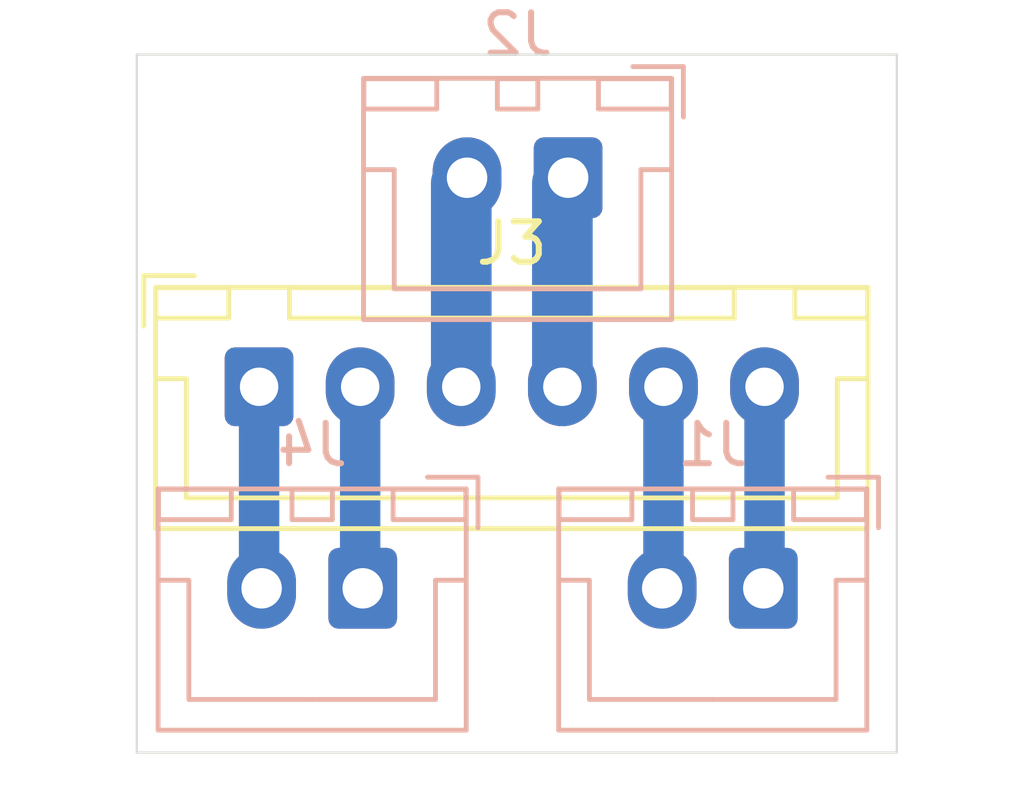
<source format=kicad_pcb>
(kicad_pcb (version 20171130) (host pcbnew "(5.1.10)-1")

  (general
    (thickness 1.6)
    (drawings 4)
    (tracks 12)
    (zones 0)
    (modules 4)
    (nets 7)
  )

  (page A4)
  (layers
    (0 F.Cu signal)
    (31 B.Cu signal)
    (32 B.Adhes user)
    (33 F.Adhes user)
    (34 B.Paste user)
    (35 F.Paste user)
    (36 B.SilkS user)
    (37 F.SilkS user)
    (38 B.Mask user)
    (39 F.Mask user)
    (40 Dwgs.User user)
    (41 Cmts.User user)
    (42 Eco1.User user)
    (43 Eco2.User user)
    (44 Edge.Cuts user)
    (45 Margin user)
    (46 B.CrtYd user)
    (47 F.CrtYd user)
    (48 B.Fab user)
    (49 F.Fab user)
  )

  (setup
    (last_trace_width 0.25)
    (trace_clearance 0.2)
    (zone_clearance 0.508)
    (zone_45_only no)
    (trace_min 0.2)
    (via_size 0.8)
    (via_drill 0.4)
    (via_min_size 0.4)
    (via_min_drill 0.3)
    (uvia_size 0.3)
    (uvia_drill 0.1)
    (uvias_allowed no)
    (uvia_min_size 0.2)
    (uvia_min_drill 0.1)
    (edge_width 0.05)
    (segment_width 0.2)
    (pcb_text_width 0.3)
    (pcb_text_size 1.5 1.5)
    (mod_edge_width 0.12)
    (mod_text_size 1 1)
    (mod_text_width 0.15)
    (pad_size 1.524 1.524)
    (pad_drill 0.762)
    (pad_to_mask_clearance 0)
    (aux_axis_origin 0 0)
    (visible_elements 7FFFFFFF)
    (pcbplotparams
      (layerselection 0x010fc_ffffffff)
      (usegerberextensions false)
      (usegerberattributes true)
      (usegerberadvancedattributes true)
      (creategerberjobfile true)
      (excludeedgelayer true)
      (linewidth 0.100000)
      (plotframeref false)
      (viasonmask false)
      (mode 1)
      (useauxorigin false)
      (hpglpennumber 1)
      (hpglpenspeed 20)
      (hpglpendiameter 15.000000)
      (psnegative false)
      (psa4output false)
      (plotreference true)
      (plotvalue true)
      (plotinvisibletext false)
      (padsonsilk false)
      (subtractmaskfromsilk false)
      (outputformat 1)
      (mirror false)
      (drillshape 0)
      (scaleselection 1)
      (outputdirectory ""))
  )

  (net 0 "")
  (net 1 "Net-(J1-Pad2)")
  (net 2 "Net-(J1-Pad1)")
  (net 3 "Net-(J2-Pad1)")
  (net 4 "Net-(J2-Pad2)")
  (net 5 "Net-(J3-Pad1)")
  (net 6 "Net-(J3-Pad2)")

  (net_class Default "This is the default net class."
    (clearance 0.2)
    (trace_width 0.25)
    (via_dia 0.8)
    (via_drill 0.4)
    (uvia_dia 0.3)
    (uvia_drill 0.1)
    (add_net "Net-(J1-Pad1)")
    (add_net "Net-(J1-Pad2)")
    (add_net "Net-(J2-Pad1)")
    (add_net "Net-(J2-Pad2)")
    (add_net "Net-(J3-Pad1)")
    (add_net "Net-(J3-Pad2)")
  )

  (module Connector_JST:JST_XH_B2B-XH-A_1x02_P2.50mm_Vertical (layer B.Cu) (tedit 5C28146C) (tstamp 6159498F)
    (at 127 106.172 180)
    (descr "JST XH series connector, B2B-XH-A (http://www.jst-mfg.com/product/pdf/eng/eXH.pdf), generated with kicad-footprint-generator")
    (tags "connector JST XH vertical")
    (path /615BB4C0)
    (fp_text reference J4 (at 1.25 3.55) (layer B.SilkS)
      (effects (font (size 1 1) (thickness 0.15)) (justify mirror))
    )
    (fp_text value Conn_01x02_Female (at 1.25 -4.6) (layer B.Fab)
      (effects (font (size 1 1) (thickness 0.15)) (justify mirror))
    )
    (fp_line (start -2.85 2.75) (end -2.85 1.5) (layer B.SilkS) (width 0.12))
    (fp_line (start -1.6 2.75) (end -2.85 2.75) (layer B.SilkS) (width 0.12))
    (fp_line (start 4.3 -2.75) (end 1.25 -2.75) (layer B.SilkS) (width 0.12))
    (fp_line (start 4.3 0.2) (end 4.3 -2.75) (layer B.SilkS) (width 0.12))
    (fp_line (start 5.05 0.2) (end 4.3 0.2) (layer B.SilkS) (width 0.12))
    (fp_line (start -1.8 -2.75) (end 1.25 -2.75) (layer B.SilkS) (width 0.12))
    (fp_line (start -1.8 0.2) (end -1.8 -2.75) (layer B.SilkS) (width 0.12))
    (fp_line (start -2.55 0.2) (end -1.8 0.2) (layer B.SilkS) (width 0.12))
    (fp_line (start 5.05 2.45) (end 3.25 2.45) (layer B.SilkS) (width 0.12))
    (fp_line (start 5.05 1.7) (end 5.05 2.45) (layer B.SilkS) (width 0.12))
    (fp_line (start 3.25 1.7) (end 5.05 1.7) (layer B.SilkS) (width 0.12))
    (fp_line (start 3.25 2.45) (end 3.25 1.7) (layer B.SilkS) (width 0.12))
    (fp_line (start -0.75 2.45) (end -2.55 2.45) (layer B.SilkS) (width 0.12))
    (fp_line (start -0.75 1.7) (end -0.75 2.45) (layer B.SilkS) (width 0.12))
    (fp_line (start -2.55 1.7) (end -0.75 1.7) (layer B.SilkS) (width 0.12))
    (fp_line (start -2.55 2.45) (end -2.55 1.7) (layer B.SilkS) (width 0.12))
    (fp_line (start 1.75 2.45) (end 0.75 2.45) (layer B.SilkS) (width 0.12))
    (fp_line (start 1.75 1.7) (end 1.75 2.45) (layer B.SilkS) (width 0.12))
    (fp_line (start 0.75 1.7) (end 1.75 1.7) (layer B.SilkS) (width 0.12))
    (fp_line (start 0.75 2.45) (end 0.75 1.7) (layer B.SilkS) (width 0.12))
    (fp_line (start 0 1.35) (end 0.625 2.35) (layer B.Fab) (width 0.1))
    (fp_line (start -0.625 2.35) (end 0 1.35) (layer B.Fab) (width 0.1))
    (fp_line (start 5.45 2.85) (end -2.95 2.85) (layer B.CrtYd) (width 0.05))
    (fp_line (start 5.45 -3.9) (end 5.45 2.85) (layer B.CrtYd) (width 0.05))
    (fp_line (start -2.95 -3.9) (end 5.45 -3.9) (layer B.CrtYd) (width 0.05))
    (fp_line (start -2.95 2.85) (end -2.95 -3.9) (layer B.CrtYd) (width 0.05))
    (fp_line (start 5.06 2.46) (end -2.56 2.46) (layer B.SilkS) (width 0.12))
    (fp_line (start 5.06 -3.51) (end 5.06 2.46) (layer B.SilkS) (width 0.12))
    (fp_line (start -2.56 -3.51) (end 5.06 -3.51) (layer B.SilkS) (width 0.12))
    (fp_line (start -2.56 2.46) (end -2.56 -3.51) (layer B.SilkS) (width 0.12))
    (fp_line (start 4.95 2.35) (end -2.45 2.35) (layer B.Fab) (width 0.1))
    (fp_line (start 4.95 -3.4) (end 4.95 2.35) (layer B.Fab) (width 0.1))
    (fp_line (start -2.45 -3.4) (end 4.95 -3.4) (layer B.Fab) (width 0.1))
    (fp_line (start -2.45 2.35) (end -2.45 -3.4) (layer B.Fab) (width 0.1))
    (fp_text user %R (at 1.25 -2.7) (layer B.Fab)
      (effects (font (size 1 1) (thickness 0.15)) (justify mirror))
    )
    (pad 2 thru_hole oval (at 2.5 0 180) (size 1.7 2) (drill 1) (layers *.Cu *.Mask)
      (net 5 "Net-(J3-Pad1)"))
    (pad 1 thru_hole roundrect (at 0 0 180) (size 1.7 2) (drill 1) (layers *.Cu *.Mask) (roundrect_rratio 0.1470588235294118)
      (net 6 "Net-(J3-Pad2)"))
    (model ${KISYS3DMOD}/Connector_JST.3dshapes/JST_XH_B2B-XH-A_1x02_P2.50mm_Vertical.wrl
      (at (xyz 0 0 0))
      (scale (xyz 1 1 1))
      (rotate (xyz 0 0 0))
    )
  )

  (module Connector_JST:JST_XH_B6B-XH-A_1x06_P2.50mm_Vertical (layer F.Cu) (tedit 5C28146C) (tstamp 6159496F)
    (at 124.437001 101.185001)
    (descr "JST XH series connector, B6B-XH-A (http://www.jst-mfg.com/product/pdf/eng/eXH.pdf), generated with kicad-footprint-generator")
    (tags "connector JST XH vertical")
    (path /615B96D3)
    (fp_text reference J3 (at 6.25 -3.55) (layer F.SilkS)
      (effects (font (size 1 1) (thickness 0.15)))
    )
    (fp_text value Conn_01x06_Female (at 6.25 4.6) (layer F.Fab)
      (effects (font (size 1 1) (thickness 0.15)))
    )
    (fp_line (start -2.85 -2.75) (end -2.85 -1.5) (layer F.SilkS) (width 0.12))
    (fp_line (start -1.6 -2.75) (end -2.85 -2.75) (layer F.SilkS) (width 0.12))
    (fp_line (start 14.3 2.75) (end 6.25 2.75) (layer F.SilkS) (width 0.12))
    (fp_line (start 14.3 -0.2) (end 14.3 2.75) (layer F.SilkS) (width 0.12))
    (fp_line (start 15.05 -0.2) (end 14.3 -0.2) (layer F.SilkS) (width 0.12))
    (fp_line (start -1.8 2.75) (end 6.25 2.75) (layer F.SilkS) (width 0.12))
    (fp_line (start -1.8 -0.2) (end -1.8 2.75) (layer F.SilkS) (width 0.12))
    (fp_line (start -2.55 -0.2) (end -1.8 -0.2) (layer F.SilkS) (width 0.12))
    (fp_line (start 15.05 -2.45) (end 13.25 -2.45) (layer F.SilkS) (width 0.12))
    (fp_line (start 15.05 -1.7) (end 15.05 -2.45) (layer F.SilkS) (width 0.12))
    (fp_line (start 13.25 -1.7) (end 15.05 -1.7) (layer F.SilkS) (width 0.12))
    (fp_line (start 13.25 -2.45) (end 13.25 -1.7) (layer F.SilkS) (width 0.12))
    (fp_line (start -0.75 -2.45) (end -2.55 -2.45) (layer F.SilkS) (width 0.12))
    (fp_line (start -0.75 -1.7) (end -0.75 -2.45) (layer F.SilkS) (width 0.12))
    (fp_line (start -2.55 -1.7) (end -0.75 -1.7) (layer F.SilkS) (width 0.12))
    (fp_line (start -2.55 -2.45) (end -2.55 -1.7) (layer F.SilkS) (width 0.12))
    (fp_line (start 11.75 -2.45) (end 0.75 -2.45) (layer F.SilkS) (width 0.12))
    (fp_line (start 11.75 -1.7) (end 11.75 -2.45) (layer F.SilkS) (width 0.12))
    (fp_line (start 0.75 -1.7) (end 11.75 -1.7) (layer F.SilkS) (width 0.12))
    (fp_line (start 0.75 -2.45) (end 0.75 -1.7) (layer F.SilkS) (width 0.12))
    (fp_line (start 0 -1.35) (end 0.625 -2.35) (layer F.Fab) (width 0.1))
    (fp_line (start -0.625 -2.35) (end 0 -1.35) (layer F.Fab) (width 0.1))
    (fp_line (start 15.45 -2.85) (end -2.95 -2.85) (layer F.CrtYd) (width 0.05))
    (fp_line (start 15.45 3.9) (end 15.45 -2.85) (layer F.CrtYd) (width 0.05))
    (fp_line (start -2.95 3.9) (end 15.45 3.9) (layer F.CrtYd) (width 0.05))
    (fp_line (start -2.95 -2.85) (end -2.95 3.9) (layer F.CrtYd) (width 0.05))
    (fp_line (start 15.06 -2.46) (end -2.56 -2.46) (layer F.SilkS) (width 0.12))
    (fp_line (start 15.06 3.51) (end 15.06 -2.46) (layer F.SilkS) (width 0.12))
    (fp_line (start -2.56 3.51) (end 15.06 3.51) (layer F.SilkS) (width 0.12))
    (fp_line (start -2.56 -2.46) (end -2.56 3.51) (layer F.SilkS) (width 0.12))
    (fp_line (start 14.95 -2.35) (end -2.45 -2.35) (layer F.Fab) (width 0.1))
    (fp_line (start 14.95 3.4) (end 14.95 -2.35) (layer F.Fab) (width 0.1))
    (fp_line (start -2.45 3.4) (end 14.95 3.4) (layer F.Fab) (width 0.1))
    (fp_line (start -2.45 -2.35) (end -2.45 3.4) (layer F.Fab) (width 0.1))
    (fp_text user %R (at 6.25 2.7) (layer F.Fab)
      (effects (font (size 1 1) (thickness 0.15)))
    )
    (pad 6 thru_hole oval (at 12.5 0) (size 1.7 1.95) (drill 0.95) (layers *.Cu *.Mask)
      (net 2 "Net-(J1-Pad1)"))
    (pad 5 thru_hole oval (at 10 0) (size 1.7 1.95) (drill 0.95) (layers *.Cu *.Mask)
      (net 1 "Net-(J1-Pad2)"))
    (pad 4 thru_hole oval (at 7.5 0) (size 1.7 1.95) (drill 0.95) (layers *.Cu *.Mask)
      (net 3 "Net-(J2-Pad1)"))
    (pad 3 thru_hole oval (at 5 0) (size 1.7 1.95) (drill 0.95) (layers *.Cu *.Mask)
      (net 4 "Net-(J2-Pad2)"))
    (pad 2 thru_hole oval (at 2.5 0) (size 1.7 1.95) (drill 0.95) (layers *.Cu *.Mask)
      (net 6 "Net-(J3-Pad2)"))
    (pad 1 thru_hole roundrect (at 0 0) (size 1.7 1.95) (drill 0.95) (layers *.Cu *.Mask) (roundrect_rratio 0.1470588235294118)
      (net 5 "Net-(J3-Pad1)"))
    (model ${KISYS3DMOD}/Connector_JST.3dshapes/JST_XH_B6B-XH-A_1x06_P2.50mm_Vertical.wrl
      (at (xyz 0 0 0))
      (scale (xyz 1 1 1))
      (rotate (xyz 0 0 0))
    )
  )

  (module Connector_JST:JST_XH_B2B-XH-A_1x02_P2.50mm_Vertical (layer B.Cu) (tedit 5C28146C) (tstamp 6159494B)
    (at 132.08 96.012 180)
    (descr "JST XH series connector, B2B-XH-A (http://www.jst-mfg.com/product/pdf/eng/eXH.pdf), generated with kicad-footprint-generator")
    (tags "connector JST XH vertical")
    (path /615BCAC7)
    (fp_text reference J2 (at 1.25 3.55) (layer B.SilkS)
      (effects (font (size 1 1) (thickness 0.15)) (justify mirror))
    )
    (fp_text value Conn_01x02_Female (at 1.25 -4.6) (layer B.Fab)
      (effects (font (size 1 1) (thickness 0.15)) (justify mirror))
    )
    (fp_line (start -2.85 2.75) (end -2.85 1.5) (layer B.SilkS) (width 0.12))
    (fp_line (start -1.6 2.75) (end -2.85 2.75) (layer B.SilkS) (width 0.12))
    (fp_line (start 4.3 -2.75) (end 1.25 -2.75) (layer B.SilkS) (width 0.12))
    (fp_line (start 4.3 0.2) (end 4.3 -2.75) (layer B.SilkS) (width 0.12))
    (fp_line (start 5.05 0.2) (end 4.3 0.2) (layer B.SilkS) (width 0.12))
    (fp_line (start -1.8 -2.75) (end 1.25 -2.75) (layer B.SilkS) (width 0.12))
    (fp_line (start -1.8 0.2) (end -1.8 -2.75) (layer B.SilkS) (width 0.12))
    (fp_line (start -2.55 0.2) (end -1.8 0.2) (layer B.SilkS) (width 0.12))
    (fp_line (start 5.05 2.45) (end 3.25 2.45) (layer B.SilkS) (width 0.12))
    (fp_line (start 5.05 1.7) (end 5.05 2.45) (layer B.SilkS) (width 0.12))
    (fp_line (start 3.25 1.7) (end 5.05 1.7) (layer B.SilkS) (width 0.12))
    (fp_line (start 3.25 2.45) (end 3.25 1.7) (layer B.SilkS) (width 0.12))
    (fp_line (start -0.75 2.45) (end -2.55 2.45) (layer B.SilkS) (width 0.12))
    (fp_line (start -0.75 1.7) (end -0.75 2.45) (layer B.SilkS) (width 0.12))
    (fp_line (start -2.55 1.7) (end -0.75 1.7) (layer B.SilkS) (width 0.12))
    (fp_line (start -2.55 2.45) (end -2.55 1.7) (layer B.SilkS) (width 0.12))
    (fp_line (start 1.75 2.45) (end 0.75 2.45) (layer B.SilkS) (width 0.12))
    (fp_line (start 1.75 1.7) (end 1.75 2.45) (layer B.SilkS) (width 0.12))
    (fp_line (start 0.75 1.7) (end 1.75 1.7) (layer B.SilkS) (width 0.12))
    (fp_line (start 0.75 2.45) (end 0.75 1.7) (layer B.SilkS) (width 0.12))
    (fp_line (start 0 1.35) (end 0.625 2.35) (layer B.Fab) (width 0.1))
    (fp_line (start -0.625 2.35) (end 0 1.35) (layer B.Fab) (width 0.1))
    (fp_line (start 5.45 2.85) (end -2.95 2.85) (layer B.CrtYd) (width 0.05))
    (fp_line (start 5.45 -3.9) (end 5.45 2.85) (layer B.CrtYd) (width 0.05))
    (fp_line (start -2.95 -3.9) (end 5.45 -3.9) (layer B.CrtYd) (width 0.05))
    (fp_line (start -2.95 2.85) (end -2.95 -3.9) (layer B.CrtYd) (width 0.05))
    (fp_line (start 5.06 2.46) (end -2.56 2.46) (layer B.SilkS) (width 0.12))
    (fp_line (start 5.06 -3.51) (end 5.06 2.46) (layer B.SilkS) (width 0.12))
    (fp_line (start -2.56 -3.51) (end 5.06 -3.51) (layer B.SilkS) (width 0.12))
    (fp_line (start -2.56 2.46) (end -2.56 -3.51) (layer B.SilkS) (width 0.12))
    (fp_line (start 4.95 2.35) (end -2.45 2.35) (layer B.Fab) (width 0.1))
    (fp_line (start 4.95 -3.4) (end 4.95 2.35) (layer B.Fab) (width 0.1))
    (fp_line (start -2.45 -3.4) (end 4.95 -3.4) (layer B.Fab) (width 0.1))
    (fp_line (start -2.45 2.35) (end -2.45 -3.4) (layer B.Fab) (width 0.1))
    (fp_text user %R (at 1.25 -2.7) (layer B.Fab)
      (effects (font (size 1 1) (thickness 0.15)) (justify mirror))
    )
    (pad 2 thru_hole oval (at 2.5 0 180) (size 1.7 2) (drill 1) (layers *.Cu *.Mask)
      (net 4 "Net-(J2-Pad2)"))
    (pad 1 thru_hole roundrect (at 0 0 180) (size 1.7 2) (drill 1) (layers *.Cu *.Mask) (roundrect_rratio 0.1470588235294118)
      (net 3 "Net-(J2-Pad1)"))
    (model ${KISYS3DMOD}/Connector_JST.3dshapes/JST_XH_B2B-XH-A_1x02_P2.50mm_Vertical.wrl
      (at (xyz 0 0 0))
      (scale (xyz 1 1 1))
      (rotate (xyz 0 0 0))
    )
  )

  (module Connector_JST:JST_XH_B2B-XH-A_1x02_P2.50mm_Vertical (layer B.Cu) (tedit 5C28146C) (tstamp 6159492B)
    (at 136.906 106.172 180)
    (descr "JST XH series connector, B2B-XH-A (http://www.jst-mfg.com/product/pdf/eng/eXH.pdf), generated with kicad-footprint-generator")
    (tags "connector JST XH vertical")
    (path /615BC2C3)
    (fp_text reference J1 (at 1.25 3.55) (layer B.SilkS)
      (effects (font (size 1 1) (thickness 0.15)) (justify mirror))
    )
    (fp_text value Conn_01x02_Female (at 1.25 -4.6) (layer B.Fab)
      (effects (font (size 1 1) (thickness 0.15)) (justify mirror))
    )
    (fp_line (start -2.85 2.75) (end -2.85 1.5) (layer B.SilkS) (width 0.12))
    (fp_line (start -1.6 2.75) (end -2.85 2.75) (layer B.SilkS) (width 0.12))
    (fp_line (start 4.3 -2.75) (end 1.25 -2.75) (layer B.SilkS) (width 0.12))
    (fp_line (start 4.3 0.2) (end 4.3 -2.75) (layer B.SilkS) (width 0.12))
    (fp_line (start 5.05 0.2) (end 4.3 0.2) (layer B.SilkS) (width 0.12))
    (fp_line (start -1.8 -2.75) (end 1.25 -2.75) (layer B.SilkS) (width 0.12))
    (fp_line (start -1.8 0.2) (end -1.8 -2.75) (layer B.SilkS) (width 0.12))
    (fp_line (start -2.55 0.2) (end -1.8 0.2) (layer B.SilkS) (width 0.12))
    (fp_line (start 5.05 2.45) (end 3.25 2.45) (layer B.SilkS) (width 0.12))
    (fp_line (start 5.05 1.7) (end 5.05 2.45) (layer B.SilkS) (width 0.12))
    (fp_line (start 3.25 1.7) (end 5.05 1.7) (layer B.SilkS) (width 0.12))
    (fp_line (start 3.25 2.45) (end 3.25 1.7) (layer B.SilkS) (width 0.12))
    (fp_line (start -0.75 2.45) (end -2.55 2.45) (layer B.SilkS) (width 0.12))
    (fp_line (start -0.75 1.7) (end -0.75 2.45) (layer B.SilkS) (width 0.12))
    (fp_line (start -2.55 1.7) (end -0.75 1.7) (layer B.SilkS) (width 0.12))
    (fp_line (start -2.55 2.45) (end -2.55 1.7) (layer B.SilkS) (width 0.12))
    (fp_line (start 1.75 2.45) (end 0.75 2.45) (layer B.SilkS) (width 0.12))
    (fp_line (start 1.75 1.7) (end 1.75 2.45) (layer B.SilkS) (width 0.12))
    (fp_line (start 0.75 1.7) (end 1.75 1.7) (layer B.SilkS) (width 0.12))
    (fp_line (start 0.75 2.45) (end 0.75 1.7) (layer B.SilkS) (width 0.12))
    (fp_line (start 0 1.35) (end 0.625 2.35) (layer B.Fab) (width 0.1))
    (fp_line (start -0.625 2.35) (end 0 1.35) (layer B.Fab) (width 0.1))
    (fp_line (start 5.45 2.85) (end -2.95 2.85) (layer B.CrtYd) (width 0.05))
    (fp_line (start 5.45 -3.9) (end 5.45 2.85) (layer B.CrtYd) (width 0.05))
    (fp_line (start -2.95 -3.9) (end 5.45 -3.9) (layer B.CrtYd) (width 0.05))
    (fp_line (start -2.95 2.85) (end -2.95 -3.9) (layer B.CrtYd) (width 0.05))
    (fp_line (start 5.06 2.46) (end -2.56 2.46) (layer B.SilkS) (width 0.12))
    (fp_line (start 5.06 -3.51) (end 5.06 2.46) (layer B.SilkS) (width 0.12))
    (fp_line (start -2.56 -3.51) (end 5.06 -3.51) (layer B.SilkS) (width 0.12))
    (fp_line (start -2.56 2.46) (end -2.56 -3.51) (layer B.SilkS) (width 0.12))
    (fp_line (start 4.95 2.35) (end -2.45 2.35) (layer B.Fab) (width 0.1))
    (fp_line (start 4.95 -3.4) (end 4.95 2.35) (layer B.Fab) (width 0.1))
    (fp_line (start -2.45 -3.4) (end 4.95 -3.4) (layer B.Fab) (width 0.1))
    (fp_line (start -2.45 2.35) (end -2.45 -3.4) (layer B.Fab) (width 0.1))
    (fp_text user %R (at 1.25 -2.7) (layer B.Fab)
      (effects (font (size 1 1) (thickness 0.15)) (justify mirror))
    )
    (pad 2 thru_hole oval (at 2.5 0 180) (size 1.7 2) (drill 1) (layers *.Cu *.Mask)
      (net 1 "Net-(J1-Pad2)"))
    (pad 1 thru_hole roundrect (at 0 0 180) (size 1.7 2) (drill 1) (layers *.Cu *.Mask) (roundrect_rratio 0.1470588235294118)
      (net 2 "Net-(J1-Pad1)"))
    (model ${KISYS3DMOD}/Connector_JST.3dshapes/JST_XH_B2B-XH-A_1x02_P2.50mm_Vertical.wrl
      (at (xyz 0 0 0))
      (scale (xyz 1 1 1))
      (rotate (xyz 0 0 0))
    )
  )

  (gr_line (start 121.412 110.236) (end 121.412 92.964) (layer Edge.Cuts) (width 0.05) (tstamp 6159572D))
  (gr_line (start 140.208 110.236) (end 121.412 110.236) (layer Edge.Cuts) (width 0.05))
  (gr_line (start 140.208 92.964) (end 140.208 110.236) (layer Edge.Cuts) (width 0.05))
  (gr_line (start 121.412 92.964) (end 140.208 92.964) (layer Edge.Cuts) (width 0.05))

  (segment (start 134.437001 106.140999) (end 134.406 106.172) (width 0.25) (layer B.Cu) (net 1))
  (segment (start 134.437001 101.185001) (end 134.437001 106.140999) (width 1) (layer B.Cu) (net 1))
  (segment (start 136.937001 106.140999) (end 136.906 106.172) (width 0.25) (layer B.Cu) (net 2))
  (segment (start 136.937001 101.185001) (end 136.937001 106.140999) (width 1) (layer B.Cu) (net 2))
  (segment (start 131.937001 96.154999) (end 132.08 96.012) (width 0.25) (layer B.Cu) (net 3))
  (segment (start 131.937001 101.185001) (end 131.937001 96.154999) (width 1.5) (layer B.Cu) (net 3))
  (segment (start 129.437001 96.154999) (end 129.58 96.012) (width 0.25) (layer B.Cu) (net 4))
  (segment (start 129.437001 101.185001) (end 129.437001 96.154999) (width 1.5) (layer B.Cu) (net 4))
  (segment (start 124.437001 106.109001) (end 124.5 106.172) (width 0.25) (layer B.Cu) (net 5))
  (segment (start 124.437001 101.185001) (end 124.437001 106.109001) (width 1) (layer B.Cu) (net 5))
  (segment (start 126.937001 106.109001) (end 127 106.172) (width 0.25) (layer B.Cu) (net 6))
  (segment (start 126.937001 101.185001) (end 126.937001 106.109001) (width 1) (layer B.Cu) (net 6))

)

</source>
